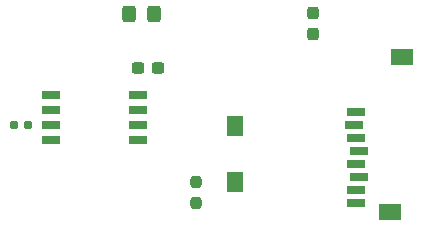
<source format=gbr>
%TF.GenerationSoftware,KiCad,Pcbnew,7.0.5*%
%TF.CreationDate,2023-06-02T12:32:42-04:00*%
%TF.ProjectId,DATA_STORAGE,44415441-5f53-4544-9f52-4147452e6b69,rev?*%
%TF.SameCoordinates,Original*%
%TF.FileFunction,Paste,Top*%
%TF.FilePolarity,Positive*%
%FSLAX46Y46*%
G04 Gerber Fmt 4.6, Leading zero omitted, Abs format (unit mm)*
G04 Created by KiCad (PCBNEW 7.0.5) date 2023-06-02 12:32:42*
%MOMM*%
%LPD*%
G01*
G04 APERTURE LIST*
G04 Aperture macros list*
%AMRoundRect*
0 Rectangle with rounded corners*
0 $1 Rounding radius*
0 $2 $3 $4 $5 $6 $7 $8 $9 X,Y pos of 4 corners*
0 Add a 4 corners polygon primitive as box body*
4,1,4,$2,$3,$4,$5,$6,$7,$8,$9,$2,$3,0*
0 Add four circle primitives for the rounded corners*
1,1,$1+$1,$2,$3*
1,1,$1+$1,$4,$5*
1,1,$1+$1,$6,$7*
1,1,$1+$1,$8,$9*
0 Add four rect primitives between the rounded corners*
20,1,$1+$1,$2,$3,$4,$5,0*
20,1,$1+$1,$4,$5,$6,$7,0*
20,1,$1+$1,$6,$7,$8,$9,0*
20,1,$1+$1,$8,$9,$2,$3,0*%
G04 Aperture macros list end*
%ADD10RoundRect,0.250000X0.325000X0.450000X-0.325000X0.450000X-0.325000X-0.450000X0.325000X-0.450000X0*%
%ADD11RoundRect,0.237500X0.237500X-0.300000X0.237500X0.300000X-0.237500X0.300000X-0.237500X-0.300000X0*%
%ADD12RoundRect,0.160000X0.197500X0.160000X-0.197500X0.160000X-0.197500X-0.160000X0.197500X-0.160000X0*%
%ADD13R,1.500000X0.800000*%
%ADD14R,1.400000X1.800000*%
%ADD15R,1.900000X1.400000*%
%ADD16RoundRect,0.237500X-0.237500X0.250000X-0.237500X-0.250000X0.237500X-0.250000X0.237500X0.250000X0*%
%ADD17RoundRect,0.237500X0.300000X0.237500X-0.300000X0.237500X-0.300000X-0.237500X0.300000X-0.237500X0*%
%ADD18R,1.650000X0.650000*%
G04 APERTURE END LIST*
D10*
%TO.C,C1*%
X146342500Y-89868621D03*
X144292500Y-89868621D03*
%TD*%
D11*
%TO.C,C2*%
X159820000Y-91541121D03*
X159820000Y-89816121D03*
%TD*%
D12*
%TO.C,R2*%
X135747500Y-99278621D03*
X134552500Y-99278621D03*
%TD*%
D13*
%TO.C,J3*%
X163510000Y-98179610D03*
X163310000Y-99279610D03*
X163510000Y-100379610D03*
X163710000Y-101479610D03*
X163510000Y-102579610D03*
X163710000Y-103679610D03*
X163510000Y-104779610D03*
X163510000Y-105879610D03*
D14*
X153210000Y-104079610D03*
X153210000Y-99379610D03*
D15*
X167360000Y-93529610D03*
X166360000Y-106679610D03*
%TD*%
D16*
%TO.C,R1*%
X149960000Y-104086121D03*
X149960000Y-105911121D03*
%TD*%
D17*
%TO.C,C3*%
X146755000Y-94458621D03*
X145030000Y-94458621D03*
%TD*%
D18*
%TO.C,IC1*%
X137660000Y-96748621D03*
X137660000Y-98018621D03*
X137660000Y-99288621D03*
X137660000Y-100558621D03*
X145010000Y-100558621D03*
X145010000Y-99288621D03*
X145010000Y-98018621D03*
X145010000Y-96748621D03*
%TD*%
M02*

</source>
